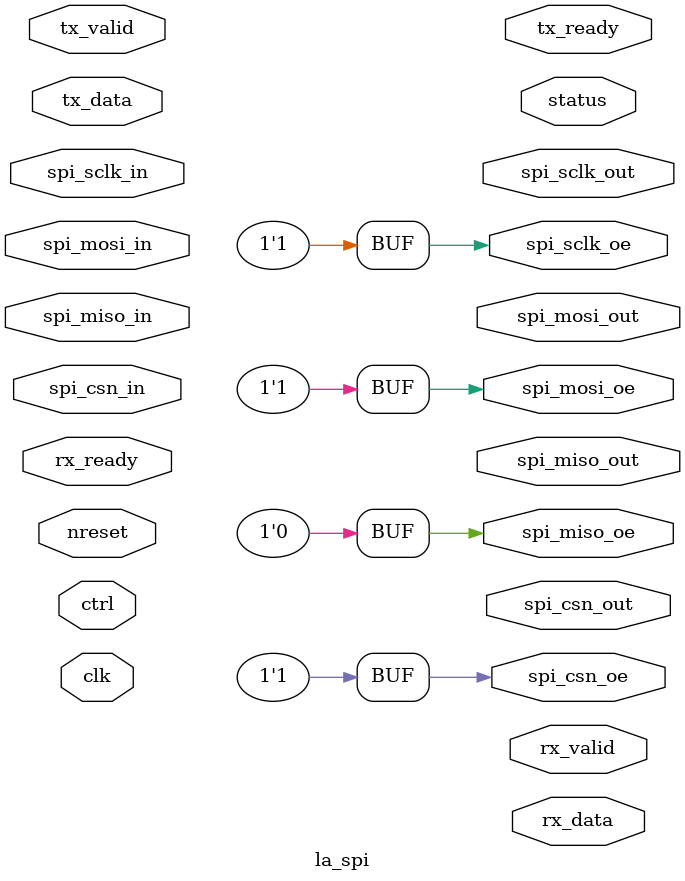
<source format=v>
/*****************************************************************************
 * Function: SPI Interface
 * Copyright: Lambda Project Authors. ALl rights Reserved.
 * License:  MIT (see LICENSE file in Lambda repository)
 *
 * Docs:
 *
 ****************************************************************************/
module la_spi
  #(
    parameter TYPE = "HOST", // interface selection
    parameter PW   = 256,    // packet width
    parameter CTRLW = 8,     // control vector width
    parameter STATW = 8      // status vector width
    )
   (// basic control signals
    input 	       clk, // core clock
    input 	       nreset, // active low async reset
    input [CTRLW-1:0]  ctrl, // free form ctrl inputs
    output [STATW-1:0] status, // free form status outputs
    // common memory mapped core interface
    input [PW-1:0]     tx_data,
    input 	       tx_valid,
    output 	       tx_ready,
    output [PW-1:0]    rx_data,
    output 	       rx_valid,
    input 	       rx_ready,
    // inputs
    input 	       spi_sclk_in,
    input 	       spi_csn_in,
    input 	       spi_mosi_in,
    input 	       spi_miso_in,
    // outputs
    output 	       spi_sclk_out,
    output 	       spi_csn_out,
    output 	       spi_mosi_out,
    output 	       spi_miso_out,
    // output enable
    output 	       spi_sclk_oe,
    output 	       spi_csn_oe,
    output 	       spi_mosi_oe,
    output 	       spi_miso_oe
    );

   generate
      if (TYPE=="HOST")
	begin
	   assign spi_sclk_oe = 1'b1;
	   assign spi_csn_oe = 1'b1;
	   assign spi_mosi_oe = 1'b1;
	   assign spi_miso_oe = 1'b0;
	end
      else
	begin
	   assign spi_sclk_oe = 1'b0;
	   assign spi_csn_oe = 1'b0;
	   assign spi_mosi_oe = 1'b0;
	   assign spi_miso_oe = 1'b1;
	end
   endgenerate

endmodule // la_spi

</source>
